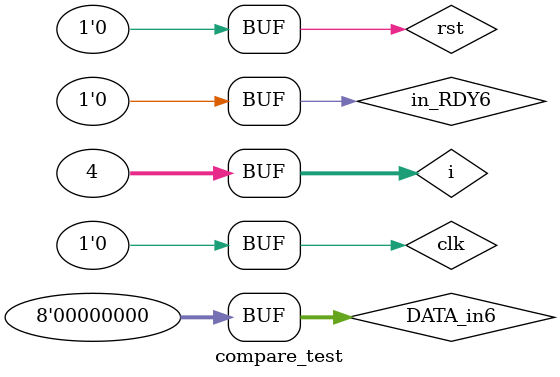
<source format=v>
module compare_test;

reg clk, rst;
reg in_RDY6;
reg signed[7:0] DATA_in6;
wire out_RDY6, state_cmp6;
wire [7:0] DATA_out6;
integer i;

compare comt(.clk(clk), .rst(rst), .in_RDY6(in_RDY6), .DATA_in6(DATA_in6), .state_cmp6(state_cmp6), .out_RDY6(out_RDY6), .DATA_out6(DATA_out6));

initial 
	begin
	     clk = 0;
	     rst = 1; 
	#10  clk = 1;
	     rst = 0;	     
	#10  clk = 0;
	#10  clk = 1;
	     in_RDY6 = 1;
	#10  clk = 0;
	#10  clk = 1;
	     DATA_in6 = 8'b1111_1010;
	#10  clk = 0;
	#10  clk = 1;
	     in_RDY6 = 0;
	     DATA_in6 = 8'b0000_0000;
	#10  clk = 0;
	
	for(i=0;i<4;i=i+1) begin
		#10 clk = 1;
		#10 clk = 0;
		end

	#10  clk = 1;
	     in_RDY6 = 1;
	#10  clk = 0;
	#10  clk = 1;
	     DATA_in6 = 8'b0000_0000;
	#10  clk = 0;
	#10  clk = 1;
	     in_RDY6 = 0;
	#10  clk = 0;
	
	for(i=0;i<4;i=i+1) begin
		#10 clk = 1;
		#10 clk = 0;
		end

	#10  clk = 1;
	     in_RDY6 = 1;
	#10  clk = 0;
	#10  clk = 1;
	     DATA_in6 = 8'b0000_1010;
	#10  clk = 0;
	#10  clk = 1;
	     in_RDY6 = 0;
	     DATA_in6 = 8'b0000_0000;
	#10  clk = 0;
	
	for(i=0;i<4;i=i+1) begin
		#10 clk = 1;
		#10 clk = 0;
		end
	end
endmodule

</source>
